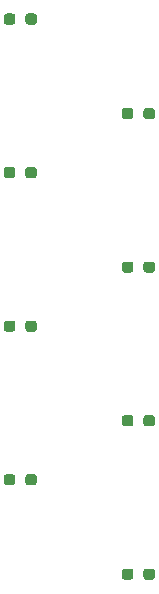
<source format=gbr>
%TF.GenerationSoftware,KiCad,Pcbnew,(5.1.10)-1*%
%TF.CreationDate,2021-10-11T19:14:40+02:00*%
%TF.ProjectId,output.KSI_rotator_endstop,6f757470-7574-42e4-9b53-495f726f7461,rev?*%
%TF.SameCoordinates,Original*%
%TF.FileFunction,Paste,Top*%
%TF.FilePolarity,Positive*%
%FSLAX46Y46*%
G04 Gerber Fmt 4.6, Leading zero omitted, Abs format (unit mm)*
G04 Created by KiCad (PCBNEW (5.1.10)-1) date 2021-10-11 19:14:40*
%MOMM*%
%LPD*%
G01*
G04 APERTURE LIST*
G04 APERTURE END LIST*
%TO.C,R8*%
G36*
G01*
X146925000Y-131737500D02*
X146925000Y-131262500D01*
G75*
G02*
X147162500Y-131025000I237500J0D01*
G01*
X147662500Y-131025000D01*
G75*
G02*
X147900000Y-131262500I0J-237500D01*
G01*
X147900000Y-131737500D01*
G75*
G02*
X147662500Y-131975000I-237500J0D01*
G01*
X147162500Y-131975000D01*
G75*
G02*
X146925000Y-131737500I0J237500D01*
G01*
G37*
G36*
G01*
X145100000Y-131737500D02*
X145100000Y-131262500D01*
G75*
G02*
X145337500Y-131025000I237500J0D01*
G01*
X145837500Y-131025000D01*
G75*
G02*
X146075000Y-131262500I0J-237500D01*
G01*
X146075000Y-131737500D01*
G75*
G02*
X145837500Y-131975000I-237500J0D01*
G01*
X145337500Y-131975000D01*
G75*
G02*
X145100000Y-131737500I0J237500D01*
G01*
G37*
%TD*%
%TO.C,R7*%
G36*
G01*
X146925000Y-118737500D02*
X146925000Y-118262500D01*
G75*
G02*
X147162500Y-118025000I237500J0D01*
G01*
X147662500Y-118025000D01*
G75*
G02*
X147900000Y-118262500I0J-237500D01*
G01*
X147900000Y-118737500D01*
G75*
G02*
X147662500Y-118975000I-237500J0D01*
G01*
X147162500Y-118975000D01*
G75*
G02*
X146925000Y-118737500I0J237500D01*
G01*
G37*
G36*
G01*
X145100000Y-118737500D02*
X145100000Y-118262500D01*
G75*
G02*
X145337500Y-118025000I237500J0D01*
G01*
X145837500Y-118025000D01*
G75*
G02*
X146075000Y-118262500I0J-237500D01*
G01*
X146075000Y-118737500D01*
G75*
G02*
X145837500Y-118975000I-237500J0D01*
G01*
X145337500Y-118975000D01*
G75*
G02*
X145100000Y-118737500I0J237500D01*
G01*
G37*
%TD*%
%TO.C,R6*%
G36*
G01*
X136925000Y-123737500D02*
X136925000Y-123262500D01*
G75*
G02*
X137162500Y-123025000I237500J0D01*
G01*
X137662500Y-123025000D01*
G75*
G02*
X137900000Y-123262500I0J-237500D01*
G01*
X137900000Y-123737500D01*
G75*
G02*
X137662500Y-123975000I-237500J0D01*
G01*
X137162500Y-123975000D01*
G75*
G02*
X136925000Y-123737500I0J237500D01*
G01*
G37*
G36*
G01*
X135100000Y-123737500D02*
X135100000Y-123262500D01*
G75*
G02*
X135337500Y-123025000I237500J0D01*
G01*
X135837500Y-123025000D01*
G75*
G02*
X136075000Y-123262500I0J-237500D01*
G01*
X136075000Y-123737500D01*
G75*
G02*
X135837500Y-123975000I-237500J0D01*
G01*
X135337500Y-123975000D01*
G75*
G02*
X135100000Y-123737500I0J237500D01*
G01*
G37*
%TD*%
%TO.C,R5*%
G36*
G01*
X136925000Y-110737500D02*
X136925000Y-110262500D01*
G75*
G02*
X137162500Y-110025000I237500J0D01*
G01*
X137662500Y-110025000D01*
G75*
G02*
X137900000Y-110262500I0J-237500D01*
G01*
X137900000Y-110737500D01*
G75*
G02*
X137662500Y-110975000I-237500J0D01*
G01*
X137162500Y-110975000D01*
G75*
G02*
X136925000Y-110737500I0J237500D01*
G01*
G37*
G36*
G01*
X135100000Y-110737500D02*
X135100000Y-110262500D01*
G75*
G02*
X135337500Y-110025000I237500J0D01*
G01*
X135837500Y-110025000D01*
G75*
G02*
X136075000Y-110262500I0J-237500D01*
G01*
X136075000Y-110737500D01*
G75*
G02*
X135837500Y-110975000I-237500J0D01*
G01*
X135337500Y-110975000D01*
G75*
G02*
X135100000Y-110737500I0J237500D01*
G01*
G37*
%TD*%
%TO.C,R4*%
G36*
G01*
X146925000Y-105737500D02*
X146925000Y-105262500D01*
G75*
G02*
X147162500Y-105025000I237500J0D01*
G01*
X147662500Y-105025000D01*
G75*
G02*
X147900000Y-105262500I0J-237500D01*
G01*
X147900000Y-105737500D01*
G75*
G02*
X147662500Y-105975000I-237500J0D01*
G01*
X147162500Y-105975000D01*
G75*
G02*
X146925000Y-105737500I0J237500D01*
G01*
G37*
G36*
G01*
X145100000Y-105737500D02*
X145100000Y-105262500D01*
G75*
G02*
X145337500Y-105025000I237500J0D01*
G01*
X145837500Y-105025000D01*
G75*
G02*
X146075000Y-105262500I0J-237500D01*
G01*
X146075000Y-105737500D01*
G75*
G02*
X145837500Y-105975000I-237500J0D01*
G01*
X145337500Y-105975000D01*
G75*
G02*
X145100000Y-105737500I0J237500D01*
G01*
G37*
%TD*%
%TO.C,R3*%
G36*
G01*
X136925000Y-97737500D02*
X136925000Y-97262500D01*
G75*
G02*
X137162500Y-97025000I237500J0D01*
G01*
X137662500Y-97025000D01*
G75*
G02*
X137900000Y-97262500I0J-237500D01*
G01*
X137900000Y-97737500D01*
G75*
G02*
X137662500Y-97975000I-237500J0D01*
G01*
X137162500Y-97975000D01*
G75*
G02*
X136925000Y-97737500I0J237500D01*
G01*
G37*
G36*
G01*
X135100000Y-97737500D02*
X135100000Y-97262500D01*
G75*
G02*
X135337500Y-97025000I237500J0D01*
G01*
X135837500Y-97025000D01*
G75*
G02*
X136075000Y-97262500I0J-237500D01*
G01*
X136075000Y-97737500D01*
G75*
G02*
X135837500Y-97975000I-237500J0D01*
G01*
X135337500Y-97975000D01*
G75*
G02*
X135100000Y-97737500I0J237500D01*
G01*
G37*
%TD*%
%TO.C,R1*%
G36*
G01*
X136925000Y-84737500D02*
X136925000Y-84262500D01*
G75*
G02*
X137162500Y-84025000I237500J0D01*
G01*
X137662500Y-84025000D01*
G75*
G02*
X137900000Y-84262500I0J-237500D01*
G01*
X137900000Y-84737500D01*
G75*
G02*
X137662500Y-84975000I-237500J0D01*
G01*
X137162500Y-84975000D01*
G75*
G02*
X136925000Y-84737500I0J237500D01*
G01*
G37*
G36*
G01*
X135100000Y-84737500D02*
X135100000Y-84262500D01*
G75*
G02*
X135337500Y-84025000I237500J0D01*
G01*
X135837500Y-84025000D01*
G75*
G02*
X136075000Y-84262500I0J-237500D01*
G01*
X136075000Y-84737500D01*
G75*
G02*
X135837500Y-84975000I-237500J0D01*
G01*
X135337500Y-84975000D01*
G75*
G02*
X135100000Y-84737500I0J237500D01*
G01*
G37*
%TD*%
%TO.C,R2*%
G36*
G01*
X146925000Y-92737500D02*
X146925000Y-92262500D01*
G75*
G02*
X147162500Y-92025000I237500J0D01*
G01*
X147662500Y-92025000D01*
G75*
G02*
X147900000Y-92262500I0J-237500D01*
G01*
X147900000Y-92737500D01*
G75*
G02*
X147662500Y-92975000I-237500J0D01*
G01*
X147162500Y-92975000D01*
G75*
G02*
X146925000Y-92737500I0J237500D01*
G01*
G37*
G36*
G01*
X145100000Y-92737500D02*
X145100000Y-92262500D01*
G75*
G02*
X145337500Y-92025000I237500J0D01*
G01*
X145837500Y-92025000D01*
G75*
G02*
X146075000Y-92262500I0J-237500D01*
G01*
X146075000Y-92737500D01*
G75*
G02*
X145837500Y-92975000I-237500J0D01*
G01*
X145337500Y-92975000D01*
G75*
G02*
X145100000Y-92737500I0J237500D01*
G01*
G37*
%TD*%
M02*

</source>
